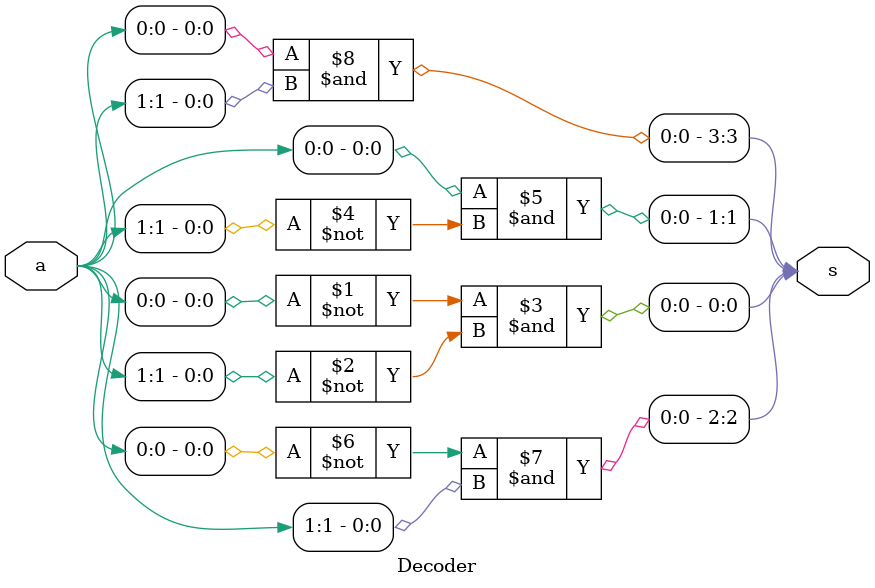
<source format=v>
`timescale 1ns / 1ps


module Decoder (input [1:0] a, output [3:0] s);
    // wires for the inverted signals of a[0] and a[1]
    /*wire na0, na1;
    // invert the inputs and assign them to the wires
    not ng0(na0, a[0]);
    not ng1(na1, a[1]);
    // each output is the result of an AND gate with the (inverted) input
    //00
    and ag0(s[0], na0, na1);
    //01
    and ag1(s[1], a[0], na1);
    //10
    and ag2(s[2], na0, a[1]);
    //11
    and ag3(s[3], a[0], a[1]);*/
    
    // alternate implementation:
    assign s[0] = ~a[0]&~a[1];
    assign s[1] = a[0]&~a[1];
    assign s[2] = ~a[0]&a[1];
    assign s[3] = a[0]&a[1]; 
    
endmodule

</source>
